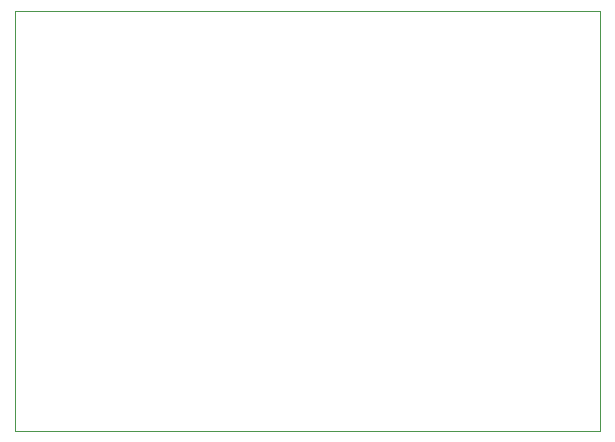
<source format=gko>
G04 (created by PCBNEW (2013-07-07 BZR 4022)-stable) date 06/07/2014 17:43:10*
%MOIN*%
G04 Gerber Fmt 3.4, Leading zero omitted, Abs format*
%FSLAX34Y34*%
G01*
G70*
G90*
G04 APERTURE LIST*
%ADD10C,0.00590551*%
%ADD11C,0.00393701*%
G04 APERTURE END LIST*
G54D10*
G54D11*
X34000Y-22000D02*
X34000Y-28000D01*
X53500Y-22000D02*
X34000Y-22000D01*
X53500Y-36000D02*
X53500Y-22000D01*
X34000Y-36000D02*
X53500Y-36000D01*
X34000Y-28000D02*
X34000Y-36000D01*
M02*

</source>
